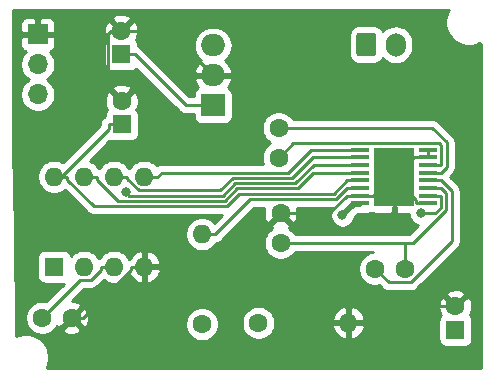
<source format=gbr>
%TF.GenerationSoftware,KiCad,Pcbnew,(5.1.9)-1*%
%TF.CreationDate,2021-03-20T21:05:45-03:00*%
%TF.ProjectId,boto_arm,626f746f-5f61-4726-9d2e-6b696361645f,rev?*%
%TF.SameCoordinates,Original*%
%TF.FileFunction,Copper,L1,Top*%
%TF.FilePolarity,Positive*%
%FSLAX46Y46*%
G04 Gerber Fmt 4.6, Leading zero omitted, Abs format (unit mm)*
G04 Created by KiCad (PCBNEW (5.1.9)-1) date 2021-03-20 21:05:45*
%MOMM*%
%LPD*%
G01*
G04 APERTURE LIST*
%TA.AperFunction,ComponentPad*%
%ADD10O,1.700000X2.000000*%
%TD*%
%TA.AperFunction,ComponentPad*%
%ADD11R,1.600000X1.600000*%
%TD*%
%TA.AperFunction,ComponentPad*%
%ADD12C,1.600000*%
%TD*%
%TA.AperFunction,ComponentPad*%
%ADD13R,1.700000X1.700000*%
%TD*%
%TA.AperFunction,ComponentPad*%
%ADD14O,1.700000X1.700000*%
%TD*%
%TA.AperFunction,ComponentPad*%
%ADD15O,1.600000X1.600000*%
%TD*%
%TA.AperFunction,ComponentPad*%
%ADD16R,2.000000X1.905000*%
%TD*%
%TA.AperFunction,ComponentPad*%
%ADD17O,2.000000X1.905000*%
%TD*%
%TA.AperFunction,SMDPad,CuDef*%
%ADD18R,1.500000X0.450000*%
%TD*%
%TA.AperFunction,SMDPad,CuDef*%
%ADD19R,3.400000X5.000000*%
%TD*%
%TA.AperFunction,ComponentPad*%
%ADD20C,0.300000*%
%TD*%
%TA.AperFunction,ViaPad*%
%ADD21C,0.800000*%
%TD*%
%TA.AperFunction,Conductor*%
%ADD22C,0.250000*%
%TD*%
%TA.AperFunction,Conductor*%
%ADD23C,0.500000*%
%TD*%
%TA.AperFunction,Conductor*%
%ADD24C,0.254000*%
%TD*%
%TA.AperFunction,Conductor*%
%ADD25C,0.100000*%
%TD*%
G04 APERTURE END LIST*
D10*
%TO.P,J2,2*%
%TO.N,/OUT2*%
X95490000Y-70820000D03*
%TO.P,J2,1*%
%TO.N,/OUT1*%
%TA.AperFunction,ComponentPad*%
G36*
G01*
X92140000Y-71570000D02*
X92140000Y-70070000D01*
G75*
G02*
X92390000Y-69820000I250000J0D01*
G01*
X93590000Y-69820000D01*
G75*
G02*
X93840000Y-70070000I0J-250000D01*
G01*
X93840000Y-71570000D01*
G75*
G02*
X93590000Y-71820000I-250000J0D01*
G01*
X92390000Y-71820000D01*
G75*
G02*
X92140000Y-71570000I0J250000D01*
G01*
G37*
%TD.AperFunction*%
%TD*%
D11*
%TO.P,C1,1*%
%TO.N,/12V*%
X72250000Y-71650000D03*
D12*
%TO.P,C1,2*%
%TO.N,GND*%
X72250000Y-69650000D03*
%TD*%
%TO.P,C2,2*%
%TO.N,GND*%
X72290000Y-75580000D03*
D11*
%TO.P,C2,1*%
%TO.N,/5V*%
X72290000Y-77580000D03*
%TD*%
%TO.P,C3,1*%
%TO.N,/12V*%
X100530000Y-94980000D03*
D12*
%TO.P,C3,2*%
%TO.N,GND*%
X100530000Y-92980000D03*
%TD*%
%TO.P,C4,2*%
%TO.N,/12V*%
X85730000Y-87620000D03*
%TO.P,C4,1*%
%TO.N,GND*%
X85730000Y-85120000D03*
%TD*%
%TO.P,C5,1*%
%TO.N,/12V*%
X96240000Y-89800000D03*
%TO.P,C5,2*%
%TO.N,Net-(C5-Pad2)*%
X93740000Y-89800000D03*
%TD*%
%TO.P,C6,2*%
%TO.N,GND*%
X68050000Y-93950000D03*
%TO.P,C6,1*%
%TO.N,/VPROPI_FILTERED*%
X65550000Y-93950000D03*
%TD*%
%TO.P,C7,1*%
%TO.N,Net-(C7-Pad1)*%
X85560000Y-80380000D03*
%TO.P,C7,2*%
%TO.N,Net-(C7-Pad2)*%
X85560000Y-77880000D03*
%TD*%
D13*
%TO.P,J1,1*%
%TO.N,GND*%
X65180000Y-69960000D03*
D14*
%TO.P,J1,2*%
%TO.N,/SGN*%
X65180000Y-72500000D03*
%TO.P,J1,3*%
%TO.N,/12V*%
X65180000Y-75040000D03*
%TD*%
D12*
%TO.P,R1,1*%
%TO.N,/IPROPI_VOL*%
X83860000Y-94370000D03*
D15*
%TO.P,R1,2*%
%TO.N,GND*%
X91480000Y-94370000D03*
%TD*%
%TO.P,R2,2*%
%TO.N,/IPROPI_VOL*%
X79080000Y-86880000D03*
D12*
%TO.P,R2,1*%
%TO.N,/VPROPI_FILTERED*%
X79080000Y-94500000D03*
%TD*%
D16*
%TO.P,U1,1*%
%TO.N,/12V*%
X80030000Y-75970000D03*
D17*
%TO.P,U1,2*%
%TO.N,GND*%
X80030000Y-73430000D03*
%TO.P,U1,3*%
%TO.N,/5V*%
X80030000Y-70890000D03*
%TD*%
D11*
%TO.P,U2,1*%
%TO.N,/SGN*%
X66560000Y-89620000D03*
D15*
%TO.P,U2,5*%
%TO.N,/IN1*%
X74180000Y-82000000D03*
%TO.P,U2,2*%
%TO.N,/nSLEEP*%
X69100000Y-89620000D03*
%TO.P,U2,6*%
%TO.N,/IN2*%
X71640000Y-82000000D03*
%TO.P,U2,3*%
%TO.N,/VPROPI_FILTERED*%
X71640000Y-89620000D03*
%TO.P,U2,7*%
%TO.N,/nFAULT*%
X69100000Y-82000000D03*
%TO.P,U2,4*%
%TO.N,GND*%
X74180000Y-89620000D03*
%TO.P,U2,8*%
%TO.N,/5V*%
X66560000Y-82000000D03*
%TD*%
D18*
%TO.P,U3,1*%
%TO.N,/IN1*%
X92440000Y-79715000D03*
%TO.P,U3,2*%
%TO.N,/IN2*%
X92440000Y-80365000D03*
%TO.P,U3,3*%
%TO.N,/nSLEEP*%
X92440000Y-81015000D03*
%TO.P,U3,4*%
%TO.N,/nFAULT*%
X92440000Y-81665000D03*
%TO.P,U3,5*%
%TO.N,/5V*%
X92440000Y-82315000D03*
%TO.P,U3,6*%
%TO.N,/IPROPI_VOL*%
X92440000Y-82965000D03*
%TO.P,U3,7*%
%TO.N,GND*%
X92440000Y-83615000D03*
%TO.P,U3,8*%
%TO.N,/OUT1*%
X92440000Y-84265000D03*
%TO.P,U3,9*%
%TO.N,GND*%
X98240000Y-84265000D03*
%TO.P,U3,10*%
%TO.N,/OUT2*%
X98240000Y-83615000D03*
%TO.P,U3,11*%
%TO.N,/12V*%
X98240000Y-82965000D03*
%TO.P,U3,12*%
%TO.N,Net-(C5-Pad2)*%
X98240000Y-82315000D03*
%TO.P,U3,13*%
%TO.N,Net-(C7-Pad2)*%
X98240000Y-81665000D03*
%TO.P,U3,14*%
%TO.N,Net-(C7-Pad1)*%
X98240000Y-81015000D03*
%TO.P,U3,15*%
%TO.N,GND*%
X98240000Y-80365000D03*
%TO.P,U3,16*%
X98240000Y-79715000D03*
D19*
%TO.P,U3,17*%
X95340000Y-81990000D03*
D20*
%TO.P,U3,18*%
%TO.N,N/C*%
X94340000Y-80190000D03*
%TO.P,U3,19*%
X95340000Y-80190000D03*
%TO.P,U3,20*%
X96340000Y-80190000D03*
%TO.P,U3,21*%
X94340000Y-81390000D03*
%TO.P,U3,22*%
X95340000Y-81390000D03*
%TO.P,U3,23*%
X96340000Y-81390000D03*
%TO.P,U3,24*%
X94340000Y-82590000D03*
%TO.P,U3,25*%
X95340000Y-82590000D03*
%TO.P,U3,26*%
X96340000Y-82590000D03*
%TO.P,U3,27*%
X94340000Y-83790000D03*
%TO.P,U3,28*%
X95340000Y-83790000D03*
%TO.P,U3,29*%
X96340000Y-83790000D03*
%TD*%
D21*
%TO.N,/OUT1*%
X90970000Y-85280000D03*
%TO.N,/OUT2*%
X97634300Y-85096000D03*
%TO.N,/nSLEEP*%
X72607200Y-83317600D03*
%TD*%
D22*
%TO.N,/12V*%
X96240000Y-87620000D02*
X96957000Y-87620000D01*
X96957000Y-87620000D02*
X99765600Y-84811400D01*
X99765600Y-84811400D02*
X99765600Y-83415300D01*
X99765600Y-83415300D02*
X99315300Y-82965000D01*
X98240000Y-82965000D02*
X99315300Y-82965000D01*
X96240000Y-87620000D02*
X85730000Y-87620000D01*
X96240000Y-87620000D02*
X96240000Y-89800000D01*
X72250000Y-71650000D02*
X73375300Y-71650000D01*
X80030000Y-75970000D02*
X77695300Y-75970000D01*
X77695300Y-75970000D02*
X73375300Y-71650000D01*
%TO.N,GND*%
X91364700Y-83615000D02*
X89859700Y-85120000D01*
X89859700Y-85120000D02*
X85730000Y-85120000D01*
X71084800Y-69960000D02*
X71084800Y-74374800D01*
X71084800Y-74374800D02*
X72290000Y-75580000D01*
X72250000Y-69650000D02*
X71394800Y-69650000D01*
X71394800Y-69650000D02*
X71084800Y-69960000D01*
X71084800Y-69960000D02*
X66355300Y-69960000D01*
X92440000Y-83615000D02*
X91364700Y-83615000D01*
X94864600Y-82788500D02*
X94587700Y-83065400D01*
X94587700Y-83065400D02*
X94066700Y-83065400D01*
X94066700Y-83065400D02*
X93517100Y-83615000D01*
X93517100Y-83615000D02*
X92440000Y-83615000D01*
X80030000Y-73430000D02*
X76250000Y-69650000D01*
X76250000Y-69650000D02*
X72250000Y-69650000D01*
X74180000Y-89620000D02*
X73054700Y-89620000D01*
X73054700Y-89620000D02*
X73054700Y-89901300D01*
X73054700Y-89901300D02*
X69006000Y-93950000D01*
X69006000Y-93950000D02*
X68050000Y-93950000D01*
X74180000Y-89620000D02*
X81230000Y-89620000D01*
X81230000Y-89620000D02*
X83322800Y-87527200D01*
X98240000Y-79715000D02*
X98240000Y-80365000D01*
X95340000Y-81990000D02*
X95412400Y-81990000D01*
X95412400Y-81990000D02*
X95815400Y-81587000D01*
X95815400Y-81587000D02*
X95815400Y-81191600D01*
X95815400Y-81191600D02*
X96092400Y-80914600D01*
X96092400Y-80914600D02*
X96490400Y-80914600D01*
X96490400Y-80914600D02*
X97040000Y-80365000D01*
X97040000Y-80365000D02*
X98240000Y-80365000D01*
X94864600Y-82788500D02*
X94864600Y-82393100D01*
X94864600Y-82393100D02*
X95267700Y-81990000D01*
X95267700Y-81990000D02*
X95340000Y-81990000D01*
X94864600Y-82788500D02*
X95266100Y-83190000D01*
X95266100Y-83190000D02*
X96414500Y-83190000D01*
X96414500Y-83190000D02*
X97164700Y-83940200D01*
X97164700Y-83940200D02*
X97164700Y-84265000D01*
X98240000Y-84265000D02*
X97164700Y-84265000D01*
X83322800Y-87527200D02*
X85730000Y-85120000D01*
X83322800Y-87527200D02*
X90165600Y-94370000D01*
X90165600Y-94370000D02*
X91480000Y-94370000D01*
X65180000Y-69960000D02*
X66355300Y-69960000D01*
X91480000Y-94370000D02*
X92605300Y-94370000D01*
X92605300Y-94370000D02*
X93995300Y-92980000D01*
X93995300Y-92980000D02*
X100530000Y-92980000D01*
%TO.N,/5V*%
X91364700Y-82315000D02*
X90229400Y-83450300D01*
X90229400Y-83450300D02*
X82238400Y-83450300D01*
X82238400Y-83450300D02*
X81191800Y-84496900D01*
X81191800Y-84496900D02*
X69900900Y-84496900D01*
X69900900Y-84496900D02*
X67685300Y-82281300D01*
X67685300Y-82281300D02*
X67685300Y-82000000D01*
X72290000Y-77580000D02*
X71164700Y-77580000D01*
X67122700Y-82000000D02*
X71164700Y-77958000D01*
X71164700Y-77958000D02*
X71164700Y-77580000D01*
X67122700Y-82000000D02*
X67685300Y-82000000D01*
X66560000Y-82000000D02*
X67122700Y-82000000D01*
X92440000Y-82315000D02*
X91364700Y-82315000D01*
%TO.N,Net-(C5-Pad2)*%
X93740000Y-89800000D02*
X94877000Y-90937000D01*
X94877000Y-90937000D02*
X96747400Y-90937000D01*
X96747400Y-90937000D02*
X100215900Y-87468500D01*
X100215900Y-87468500D02*
X100215900Y-83215600D01*
X100215900Y-83215600D02*
X99315300Y-82315000D01*
X98240000Y-82315000D02*
X99315300Y-82315000D01*
%TO.N,/VPROPI_FILTERED*%
X71640000Y-89620000D02*
X70514700Y-89620000D01*
X70514700Y-89620000D02*
X70514700Y-89901400D01*
X70514700Y-89901400D02*
X69670800Y-90745300D01*
X69670800Y-90745300D02*
X68754700Y-90745300D01*
X68754700Y-90745300D02*
X65550000Y-93950000D01*
%TO.N,Net-(C7-Pad1)*%
X98240000Y-81015000D02*
X99315300Y-81015000D01*
X99315300Y-81015000D02*
X99315300Y-79343900D01*
X99315300Y-79343900D02*
X99136000Y-79164600D01*
X99136000Y-79164600D02*
X86775400Y-79164600D01*
X86775400Y-79164600D02*
X85560000Y-80380000D01*
%TO.N,Net-(C7-Pad2)*%
X99315300Y-81665000D02*
X99790400Y-81189900D01*
X99790400Y-81189900D02*
X99790400Y-79088600D01*
X99790400Y-79088600D02*
X98581800Y-77880000D01*
X98581800Y-77880000D02*
X85560000Y-77880000D01*
X98240000Y-81665000D02*
X99315300Y-81665000D01*
%TO.N,/OUT1*%
X92440000Y-84265000D02*
X91985000Y-84265000D01*
X91985000Y-84265000D02*
X90970000Y-85280000D01*
X90970000Y-85280000D02*
X90950000Y-85300000D01*
D23*
X91959999Y-84290001D02*
X92440000Y-84290001D01*
X90970000Y-85280000D02*
X91959999Y-84290001D01*
D22*
%TO.N,/OUT2*%
X98240000Y-83615000D02*
X99315300Y-83615000D01*
X99315300Y-83615000D02*
X99315300Y-84624800D01*
X99315300Y-84624800D02*
X98844100Y-85096000D01*
X98844100Y-85096000D02*
X97634300Y-85096000D01*
%TO.N,/IPROPI_VOL*%
X91364700Y-82965000D02*
X90429100Y-83900600D01*
X90429100Y-83900600D02*
X83184700Y-83900600D01*
X83184700Y-83900600D02*
X80205300Y-86880000D01*
X92440000Y-82965000D02*
X91364700Y-82965000D01*
X79080000Y-86880000D02*
X80205300Y-86880000D01*
%TO.N,/IN1*%
X75305300Y-82000000D02*
X75656200Y-81649100D01*
X75656200Y-81649100D02*
X86358300Y-81649100D01*
X86358300Y-81649100D02*
X88292400Y-79715000D01*
X88292400Y-79715000D02*
X92440000Y-79715000D01*
X74180000Y-82000000D02*
X75305300Y-82000000D01*
%TO.N,/nSLEEP*%
X72607200Y-83317600D02*
X72885900Y-83596300D01*
X72885900Y-83596300D02*
X80818600Y-83596300D01*
X80818600Y-83596300D02*
X81865200Y-82549700D01*
X81865200Y-82549700D02*
X86986500Y-82549700D01*
X86986500Y-82549700D02*
X88521200Y-81015000D01*
X88521200Y-81015000D02*
X92440000Y-81015000D01*
%TO.N,/IN2*%
X72765300Y-82000000D02*
X72765300Y-82203200D01*
X72765300Y-82203200D02*
X73708100Y-83146000D01*
X73708100Y-83146000D02*
X80632000Y-83146000D01*
X80632000Y-83146000D02*
X81678600Y-82099400D01*
X81678600Y-82099400D02*
X86705800Y-82099400D01*
X86705800Y-82099400D02*
X88440200Y-80365000D01*
X88440200Y-80365000D02*
X91364700Y-80365000D01*
X92440000Y-80365000D02*
X91364700Y-80365000D01*
X71640000Y-82000000D02*
X72765300Y-82000000D01*
%TO.N,/nFAULT*%
X70225300Y-82000000D02*
X70225300Y-82281400D01*
X70225300Y-82281400D02*
X71990500Y-84046600D01*
X71990500Y-84046600D02*
X81005200Y-84046600D01*
X81005200Y-84046600D02*
X82051800Y-83000000D01*
X82051800Y-83000000D02*
X87173100Y-83000000D01*
X87173100Y-83000000D02*
X88508100Y-81665000D01*
X88508100Y-81665000D02*
X92440000Y-81665000D01*
X69100000Y-82000000D02*
X70225300Y-82000000D01*
%TD*%
D24*
%TO.N,GND*%
X99907808Y-68003434D02*
X99758761Y-68363265D01*
X99682777Y-68745261D01*
X99682777Y-69134739D01*
X99758761Y-69516735D01*
X99907808Y-69876566D01*
X100124191Y-70200406D01*
X100399594Y-70475809D01*
X100723434Y-70692192D01*
X101083265Y-70841239D01*
X101465261Y-70917223D01*
X101854739Y-70917223D01*
X102236735Y-70841239D01*
X102571371Y-70702628D01*
X102680000Y-70727351D01*
X102680001Y-98240000D01*
X65936242Y-98240000D01*
X66081239Y-97889946D01*
X66157223Y-97507950D01*
X66157223Y-97118472D01*
X66081239Y-96736476D01*
X65932192Y-96376645D01*
X65715809Y-96052805D01*
X65589219Y-95926215D01*
X65579939Y-95911635D01*
X65562731Y-95893643D01*
X65542396Y-95879392D01*
X65440406Y-95777402D01*
X65116566Y-95561019D01*
X64756735Y-95411972D01*
X64374739Y-95335988D01*
X63985261Y-95335988D01*
X63603265Y-95411972D01*
X63351053Y-95516442D01*
X63322240Y-93808665D01*
X64115000Y-93808665D01*
X64115000Y-94091335D01*
X64170147Y-94368574D01*
X64278320Y-94629727D01*
X64435363Y-94864759D01*
X64635241Y-95064637D01*
X64870273Y-95221680D01*
X65131426Y-95329853D01*
X65408665Y-95385000D01*
X65691335Y-95385000D01*
X65968574Y-95329853D01*
X66229727Y-95221680D01*
X66464759Y-95064637D01*
X66586694Y-94942702D01*
X67236903Y-94942702D01*
X67308486Y-95186671D01*
X67563996Y-95307571D01*
X67838184Y-95376300D01*
X68120512Y-95390217D01*
X68400130Y-95348787D01*
X68666292Y-95253603D01*
X68791514Y-95186671D01*
X68863097Y-94942702D01*
X68050000Y-94129605D01*
X67236903Y-94942702D01*
X66586694Y-94942702D01*
X66664637Y-94864759D01*
X66798692Y-94664131D01*
X66813329Y-94691514D01*
X67057298Y-94763097D01*
X67870395Y-93950000D01*
X68229605Y-93950000D01*
X69042702Y-94763097D01*
X69286671Y-94691514D01*
X69407571Y-94436004D01*
X69426957Y-94358665D01*
X77645000Y-94358665D01*
X77645000Y-94641335D01*
X77700147Y-94918574D01*
X77808320Y-95179727D01*
X77965363Y-95414759D01*
X78165241Y-95614637D01*
X78400273Y-95771680D01*
X78661426Y-95879853D01*
X78938665Y-95935000D01*
X79221335Y-95935000D01*
X79498574Y-95879853D01*
X79759727Y-95771680D01*
X79994759Y-95614637D01*
X80194637Y-95414759D01*
X80351680Y-95179727D01*
X80459853Y-94918574D01*
X80515000Y-94641335D01*
X80515000Y-94358665D01*
X80489142Y-94228665D01*
X82425000Y-94228665D01*
X82425000Y-94511335D01*
X82480147Y-94788574D01*
X82588320Y-95049727D01*
X82745363Y-95284759D01*
X82945241Y-95484637D01*
X83180273Y-95641680D01*
X83441426Y-95749853D01*
X83718665Y-95805000D01*
X84001335Y-95805000D01*
X84278574Y-95749853D01*
X84539727Y-95641680D01*
X84774759Y-95484637D01*
X84974637Y-95284759D01*
X85131680Y-95049727D01*
X85239853Y-94788574D01*
X85253684Y-94719039D01*
X90088096Y-94719039D01*
X90128754Y-94853087D01*
X90248963Y-95107420D01*
X90416481Y-95333414D01*
X90624869Y-95522385D01*
X90866119Y-95667070D01*
X91130960Y-95761909D01*
X91353000Y-95640624D01*
X91353000Y-94497000D01*
X91607000Y-94497000D01*
X91607000Y-95640624D01*
X91829040Y-95761909D01*
X92093881Y-95667070D01*
X92335131Y-95522385D01*
X92543519Y-95333414D01*
X92711037Y-95107420D01*
X92831246Y-94853087D01*
X92871904Y-94719039D01*
X92749915Y-94497000D01*
X91607000Y-94497000D01*
X91353000Y-94497000D01*
X90210085Y-94497000D01*
X90088096Y-94719039D01*
X85253684Y-94719039D01*
X85295000Y-94511335D01*
X85295000Y-94228665D01*
X85253685Y-94020961D01*
X90088096Y-94020961D01*
X90210085Y-94243000D01*
X91353000Y-94243000D01*
X91353000Y-93099376D01*
X91607000Y-93099376D01*
X91607000Y-94243000D01*
X92749915Y-94243000D01*
X92871904Y-94020961D01*
X92831246Y-93886913D01*
X92711037Y-93632580D01*
X92543519Y-93406586D01*
X92335131Y-93217615D01*
X92093881Y-93072930D01*
X92031279Y-93050512D01*
X99089783Y-93050512D01*
X99131213Y-93330130D01*
X99226397Y-93596292D01*
X99291616Y-93718309D01*
X99278815Y-93728815D01*
X99199463Y-93825506D01*
X99140498Y-93935820D01*
X99104188Y-94055518D01*
X99091928Y-94180000D01*
X99091928Y-95780000D01*
X99104188Y-95904482D01*
X99140498Y-96024180D01*
X99199463Y-96134494D01*
X99278815Y-96231185D01*
X99375506Y-96310537D01*
X99485820Y-96369502D01*
X99605518Y-96405812D01*
X99730000Y-96418072D01*
X101330000Y-96418072D01*
X101454482Y-96405812D01*
X101574180Y-96369502D01*
X101684494Y-96310537D01*
X101781185Y-96231185D01*
X101860537Y-96134494D01*
X101919502Y-96024180D01*
X101955812Y-95904482D01*
X101968072Y-95780000D01*
X101968072Y-94180000D01*
X101955812Y-94055518D01*
X101919502Y-93935820D01*
X101860537Y-93825506D01*
X101781185Y-93728815D01*
X101768242Y-93718193D01*
X101887571Y-93466004D01*
X101956300Y-93191816D01*
X101970217Y-92909488D01*
X101928787Y-92629870D01*
X101833603Y-92363708D01*
X101766671Y-92238486D01*
X101522702Y-92166903D01*
X100709605Y-92980000D01*
X100723748Y-92994143D01*
X100544143Y-93173748D01*
X100530000Y-93159605D01*
X100515858Y-93173748D01*
X100336253Y-92994143D01*
X100350395Y-92980000D01*
X99537298Y-92166903D01*
X99293329Y-92238486D01*
X99172429Y-92493996D01*
X99103700Y-92768184D01*
X99089783Y-93050512D01*
X92031279Y-93050512D01*
X91829040Y-92978091D01*
X91607000Y-93099376D01*
X91353000Y-93099376D01*
X91130960Y-92978091D01*
X90866119Y-93072930D01*
X90624869Y-93217615D01*
X90416481Y-93406586D01*
X90248963Y-93632580D01*
X90128754Y-93886913D01*
X90088096Y-94020961D01*
X85253685Y-94020961D01*
X85239853Y-93951426D01*
X85131680Y-93690273D01*
X84974637Y-93455241D01*
X84774759Y-93255363D01*
X84539727Y-93098320D01*
X84278574Y-92990147D01*
X84001335Y-92935000D01*
X83718665Y-92935000D01*
X83441426Y-92990147D01*
X83180273Y-93098320D01*
X82945241Y-93255363D01*
X82745363Y-93455241D01*
X82588320Y-93690273D01*
X82480147Y-93951426D01*
X82425000Y-94228665D01*
X80489142Y-94228665D01*
X80459853Y-94081426D01*
X80351680Y-93820273D01*
X80194637Y-93585241D01*
X79994759Y-93385363D01*
X79759727Y-93228320D01*
X79498574Y-93120147D01*
X79221335Y-93065000D01*
X78938665Y-93065000D01*
X78661426Y-93120147D01*
X78400273Y-93228320D01*
X78165241Y-93385363D01*
X77965363Y-93585241D01*
X77808320Y-93820273D01*
X77700147Y-94081426D01*
X77645000Y-94358665D01*
X69426957Y-94358665D01*
X69476300Y-94161816D01*
X69490217Y-93879488D01*
X69448787Y-93599870D01*
X69353603Y-93333708D01*
X69286671Y-93208486D01*
X69042702Y-93136903D01*
X68229605Y-93950000D01*
X67870395Y-93950000D01*
X67856253Y-93935858D01*
X68035858Y-93756253D01*
X68050000Y-93770395D01*
X68863097Y-92957298D01*
X68791514Y-92713329D01*
X68536004Y-92592429D01*
X68261816Y-92523700D01*
X68061001Y-92513801D01*
X68587504Y-91987298D01*
X99716903Y-91987298D01*
X100530000Y-92800395D01*
X101343097Y-91987298D01*
X101271514Y-91743329D01*
X101016004Y-91622429D01*
X100741816Y-91553700D01*
X100459488Y-91539783D01*
X100179870Y-91581213D01*
X99913708Y-91676397D01*
X99788486Y-91743329D01*
X99716903Y-91987298D01*
X68587504Y-91987298D01*
X69069502Y-91505300D01*
X69633478Y-91505300D01*
X69670800Y-91508976D01*
X69708122Y-91505300D01*
X69708133Y-91505300D01*
X69819786Y-91494303D01*
X69963047Y-91450846D01*
X70095076Y-91380274D01*
X70210801Y-91285301D01*
X70234603Y-91256298D01*
X70743838Y-90747063D01*
X70960273Y-90891680D01*
X71221426Y-90999853D01*
X71498665Y-91055000D01*
X71781335Y-91055000D01*
X72058574Y-90999853D01*
X72319727Y-90891680D01*
X72554759Y-90734637D01*
X72754637Y-90534759D01*
X72911680Y-90299727D01*
X72916067Y-90289135D01*
X73027615Y-90475131D01*
X73216586Y-90683519D01*
X73442580Y-90851037D01*
X73696913Y-90971246D01*
X73830961Y-91011904D01*
X74053000Y-90889915D01*
X74053000Y-89747000D01*
X74307000Y-89747000D01*
X74307000Y-90889915D01*
X74529039Y-91011904D01*
X74663087Y-90971246D01*
X74917420Y-90851037D01*
X75143414Y-90683519D01*
X75332385Y-90475131D01*
X75477070Y-90233881D01*
X75571909Y-89969040D01*
X75450624Y-89747000D01*
X74307000Y-89747000D01*
X74053000Y-89747000D01*
X74033000Y-89747000D01*
X74033000Y-89493000D01*
X74053000Y-89493000D01*
X74053000Y-88350085D01*
X74307000Y-88350085D01*
X74307000Y-89493000D01*
X75450624Y-89493000D01*
X75571909Y-89270960D01*
X75477070Y-89006119D01*
X75332385Y-88764869D01*
X75143414Y-88556481D01*
X74917420Y-88388963D01*
X74663087Y-88268754D01*
X74529039Y-88228096D01*
X74307000Y-88350085D01*
X74053000Y-88350085D01*
X73830961Y-88228096D01*
X73696913Y-88268754D01*
X73442580Y-88388963D01*
X73216586Y-88556481D01*
X73027615Y-88764869D01*
X72916067Y-88950865D01*
X72911680Y-88940273D01*
X72754637Y-88705241D01*
X72554759Y-88505363D01*
X72319727Y-88348320D01*
X72058574Y-88240147D01*
X71781335Y-88185000D01*
X71498665Y-88185000D01*
X71221426Y-88240147D01*
X70960273Y-88348320D01*
X70725241Y-88505363D01*
X70525363Y-88705241D01*
X70418053Y-88865842D01*
X70365714Y-88870997D01*
X70332187Y-88881167D01*
X70214637Y-88705241D01*
X70014759Y-88505363D01*
X69779727Y-88348320D01*
X69518574Y-88240147D01*
X69241335Y-88185000D01*
X68958665Y-88185000D01*
X68681426Y-88240147D01*
X68420273Y-88348320D01*
X68185241Y-88505363D01*
X67986643Y-88703961D01*
X67985812Y-88695518D01*
X67949502Y-88575820D01*
X67890537Y-88465506D01*
X67811185Y-88368815D01*
X67714494Y-88289463D01*
X67604180Y-88230498D01*
X67484482Y-88194188D01*
X67360000Y-88181928D01*
X65760000Y-88181928D01*
X65635518Y-88194188D01*
X65515820Y-88230498D01*
X65405506Y-88289463D01*
X65308815Y-88368815D01*
X65229463Y-88465506D01*
X65170498Y-88575820D01*
X65134188Y-88695518D01*
X65121928Y-88820000D01*
X65121928Y-90420000D01*
X65134188Y-90544482D01*
X65170498Y-90664180D01*
X65229463Y-90774494D01*
X65308815Y-90871185D01*
X65405506Y-90950537D01*
X65515820Y-91009502D01*
X65635518Y-91045812D01*
X65760000Y-91058072D01*
X67360000Y-91058072D01*
X67367905Y-91057293D01*
X65873886Y-92551312D01*
X65691335Y-92515000D01*
X65408665Y-92515000D01*
X65131426Y-92570147D01*
X64870273Y-92678320D01*
X64635241Y-92835363D01*
X64435363Y-93035241D01*
X64278320Y-93270273D01*
X64170147Y-93531426D01*
X64115000Y-93808665D01*
X63322240Y-93808665D01*
X63120624Y-81858665D01*
X65125000Y-81858665D01*
X65125000Y-82141335D01*
X65180147Y-82418574D01*
X65288320Y-82679727D01*
X65445363Y-82914759D01*
X65645241Y-83114637D01*
X65880273Y-83271680D01*
X66141426Y-83379853D01*
X66418665Y-83435000D01*
X66701335Y-83435000D01*
X66978574Y-83379853D01*
X67239727Y-83271680D01*
X67456222Y-83127023D01*
X69337101Y-85007903D01*
X69360899Y-85036901D01*
X69417152Y-85083067D01*
X69476624Y-85131874D01*
X69608653Y-85202446D01*
X69751914Y-85245903D01*
X69900900Y-85260577D01*
X69938233Y-85256900D01*
X80753599Y-85256900D01*
X80119947Y-85890551D01*
X79994759Y-85765363D01*
X79759727Y-85608320D01*
X79498574Y-85500147D01*
X79221335Y-85445000D01*
X78938665Y-85445000D01*
X78661426Y-85500147D01*
X78400273Y-85608320D01*
X78165241Y-85765363D01*
X77965363Y-85965241D01*
X77808320Y-86200273D01*
X77700147Y-86461426D01*
X77645000Y-86738665D01*
X77645000Y-87021335D01*
X77700147Y-87298574D01*
X77808320Y-87559727D01*
X77965363Y-87794759D01*
X78165241Y-87994637D01*
X78400273Y-88151680D01*
X78661426Y-88259853D01*
X78938665Y-88315000D01*
X79221335Y-88315000D01*
X79498574Y-88259853D01*
X79759727Y-88151680D01*
X79994759Y-87994637D01*
X80194637Y-87794759D01*
X80301947Y-87634158D01*
X80354286Y-87629003D01*
X80497547Y-87585546D01*
X80629576Y-87514974D01*
X80745301Y-87420001D01*
X80769104Y-87390997D01*
X83499502Y-84660600D01*
X84365760Y-84660600D01*
X84303700Y-84908184D01*
X84289783Y-85190512D01*
X84331213Y-85470130D01*
X84426397Y-85736292D01*
X84493329Y-85861514D01*
X84737298Y-85933097D01*
X85550395Y-85120000D01*
X85536253Y-85105858D01*
X85715858Y-84926253D01*
X85730000Y-84940395D01*
X85744143Y-84926253D01*
X85923748Y-85105858D01*
X85909605Y-85120000D01*
X86722702Y-85933097D01*
X86966671Y-85861514D01*
X87087571Y-85606004D01*
X87156300Y-85331816D01*
X87170217Y-85049488D01*
X87128787Y-84769870D01*
X87089710Y-84660600D01*
X90139086Y-84660600D01*
X90052795Y-84789744D01*
X89974774Y-84978102D01*
X89935000Y-85178061D01*
X89935000Y-85381939D01*
X89974774Y-85581898D01*
X90052795Y-85770256D01*
X90166063Y-85939774D01*
X90310226Y-86083937D01*
X90479744Y-86197205D01*
X90668102Y-86275226D01*
X90868061Y-86315000D01*
X91071939Y-86315000D01*
X91271898Y-86275226D01*
X91460256Y-86197205D01*
X91629774Y-86083937D01*
X91773937Y-85939774D01*
X91887205Y-85770256D01*
X91965226Y-85581898D01*
X91976535Y-85525043D01*
X92326578Y-85175001D01*
X92483477Y-85175001D01*
X92613490Y-85162196D01*
X92725980Y-85128072D01*
X93190000Y-85128072D01*
X93314482Y-85115812D01*
X93415000Y-85085320D01*
X93515518Y-85115812D01*
X93640000Y-85128072D01*
X95054250Y-85125000D01*
X95213000Y-84966250D01*
X95213000Y-84565117D01*
X95262684Y-84575000D01*
X95417316Y-84575000D01*
X95467000Y-84565117D01*
X95467000Y-84966250D01*
X95625750Y-85125000D01*
X96599300Y-85127115D01*
X96599300Y-85197939D01*
X96639074Y-85397898D01*
X96717095Y-85586256D01*
X96830363Y-85755774D01*
X96974526Y-85899937D01*
X97144044Y-86013205D01*
X97332402Y-86091226D01*
X97397937Y-86104262D01*
X96642199Y-86860000D01*
X96277333Y-86860000D01*
X96240000Y-86856323D01*
X96202667Y-86860000D01*
X86948043Y-86860000D01*
X86844637Y-86705241D01*
X86644759Y-86505363D01*
X86444131Y-86371308D01*
X86471514Y-86356671D01*
X86543097Y-86112702D01*
X85730000Y-85299605D01*
X84916903Y-86112702D01*
X84988486Y-86356671D01*
X85017341Y-86370324D01*
X84815241Y-86505363D01*
X84615363Y-86705241D01*
X84458320Y-86940273D01*
X84350147Y-87201426D01*
X84295000Y-87478665D01*
X84295000Y-87761335D01*
X84350147Y-88038574D01*
X84458320Y-88299727D01*
X84615363Y-88534759D01*
X84815241Y-88734637D01*
X85050273Y-88891680D01*
X85311426Y-88999853D01*
X85588665Y-89055000D01*
X85871335Y-89055000D01*
X86148574Y-88999853D01*
X86409727Y-88891680D01*
X86644759Y-88734637D01*
X86844637Y-88534759D01*
X86948043Y-88380000D01*
X93523256Y-88380000D01*
X93321426Y-88420147D01*
X93060273Y-88528320D01*
X92825241Y-88685363D01*
X92625363Y-88885241D01*
X92468320Y-89120273D01*
X92360147Y-89381426D01*
X92305000Y-89658665D01*
X92305000Y-89941335D01*
X92360147Y-90218574D01*
X92468320Y-90479727D01*
X92625363Y-90714759D01*
X92825241Y-90914637D01*
X93060273Y-91071680D01*
X93321426Y-91179853D01*
X93598665Y-91235000D01*
X93881335Y-91235000D01*
X94063886Y-91198688D01*
X94313201Y-91448003D01*
X94336999Y-91477001D01*
X94452724Y-91571974D01*
X94584753Y-91642546D01*
X94728014Y-91686003D01*
X94839667Y-91697000D01*
X94839677Y-91697000D01*
X94877000Y-91700676D01*
X94914323Y-91697000D01*
X96710078Y-91697000D01*
X96747400Y-91700676D01*
X96784722Y-91697000D01*
X96784733Y-91697000D01*
X96896386Y-91686003D01*
X97039647Y-91642546D01*
X97171676Y-91571974D01*
X97287401Y-91477001D01*
X97311204Y-91447997D01*
X100726904Y-88032298D01*
X100755901Y-88008501D01*
X100850874Y-87892776D01*
X100921446Y-87760747D01*
X100964903Y-87617486D01*
X100975900Y-87505833D01*
X100975900Y-87505825D01*
X100979576Y-87468500D01*
X100975900Y-87431175D01*
X100975900Y-83252925D01*
X100979576Y-83215600D01*
X100975900Y-83178275D01*
X100975900Y-83178267D01*
X100964903Y-83066614D01*
X100921446Y-82923353D01*
X100850874Y-82791324D01*
X100755901Y-82675599D01*
X100726903Y-82651801D01*
X100065101Y-81990000D01*
X100301398Y-81753703D01*
X100330401Y-81729901D01*
X100425374Y-81614176D01*
X100495946Y-81482147D01*
X100539403Y-81338886D01*
X100550400Y-81227233D01*
X100550400Y-81227223D01*
X100554076Y-81189900D01*
X100550400Y-81152577D01*
X100550400Y-79125933D01*
X100554077Y-79088600D01*
X100539403Y-78939614D01*
X100495946Y-78796353D01*
X100425374Y-78664324D01*
X100354199Y-78577597D01*
X100330401Y-78548599D01*
X100301403Y-78524801D01*
X99145604Y-77369003D01*
X99121801Y-77339999D01*
X99006076Y-77245026D01*
X98874047Y-77174454D01*
X98730786Y-77130997D01*
X98619133Y-77120000D01*
X98619122Y-77120000D01*
X98581800Y-77116324D01*
X98544478Y-77120000D01*
X86778043Y-77120000D01*
X86674637Y-76965241D01*
X86474759Y-76765363D01*
X86239727Y-76608320D01*
X85978574Y-76500147D01*
X85701335Y-76445000D01*
X85418665Y-76445000D01*
X85141426Y-76500147D01*
X84880273Y-76608320D01*
X84645241Y-76765363D01*
X84445363Y-76965241D01*
X84288320Y-77200273D01*
X84180147Y-77461426D01*
X84125000Y-77738665D01*
X84125000Y-78021335D01*
X84180147Y-78298574D01*
X84288320Y-78559727D01*
X84445363Y-78794759D01*
X84645241Y-78994637D01*
X84847827Y-79130000D01*
X84645241Y-79265363D01*
X84445363Y-79465241D01*
X84288320Y-79700273D01*
X84180147Y-79961426D01*
X84125000Y-80238665D01*
X84125000Y-80521335D01*
X84180147Y-80798574D01*
X84217644Y-80889100D01*
X75693533Y-80889100D01*
X75656200Y-80885423D01*
X75618867Y-80889100D01*
X75507214Y-80900097D01*
X75363953Y-80943554D01*
X75231924Y-81014126D01*
X75227309Y-81017913D01*
X75094759Y-80885363D01*
X74859727Y-80728320D01*
X74598574Y-80620147D01*
X74321335Y-80565000D01*
X74038665Y-80565000D01*
X73761426Y-80620147D01*
X73500273Y-80728320D01*
X73265241Y-80885363D01*
X73065363Y-81085241D01*
X72947813Y-81261167D01*
X72914286Y-81250997D01*
X72861947Y-81245842D01*
X72754637Y-81085241D01*
X72554759Y-80885363D01*
X72319727Y-80728320D01*
X72058574Y-80620147D01*
X71781335Y-80565000D01*
X71498665Y-80565000D01*
X71221426Y-80620147D01*
X70960273Y-80728320D01*
X70725241Y-80885363D01*
X70525363Y-81085241D01*
X70407813Y-81261167D01*
X70374286Y-81250997D01*
X70321947Y-81245842D01*
X70214637Y-81085241D01*
X70014759Y-80885363D01*
X69779727Y-80728320D01*
X69560138Y-80637363D01*
X71234207Y-78963295D01*
X71245820Y-78969502D01*
X71365518Y-79005812D01*
X71490000Y-79018072D01*
X73090000Y-79018072D01*
X73214482Y-79005812D01*
X73334180Y-78969502D01*
X73444494Y-78910537D01*
X73541185Y-78831185D01*
X73620537Y-78734494D01*
X73679502Y-78624180D01*
X73715812Y-78504482D01*
X73728072Y-78380000D01*
X73728072Y-76780000D01*
X73715812Y-76655518D01*
X73679502Y-76535820D01*
X73620537Y-76425506D01*
X73541185Y-76328815D01*
X73528242Y-76318193D01*
X73647571Y-76066004D01*
X73716300Y-75791816D01*
X73730217Y-75509488D01*
X73688787Y-75229870D01*
X73593603Y-74963708D01*
X73526671Y-74838486D01*
X73282702Y-74766903D01*
X72469605Y-75580000D01*
X72483748Y-75594143D01*
X72304143Y-75773748D01*
X72290000Y-75759605D01*
X72275858Y-75773748D01*
X72096253Y-75594143D01*
X72110395Y-75580000D01*
X71297298Y-74766903D01*
X71053329Y-74838486D01*
X70932429Y-75093996D01*
X70863700Y-75368184D01*
X70849783Y-75650512D01*
X70891213Y-75930130D01*
X70986397Y-76196292D01*
X71051616Y-76318309D01*
X71038815Y-76328815D01*
X70959463Y-76425506D01*
X70900498Y-76535820D01*
X70864188Y-76655518D01*
X70851928Y-76780000D01*
X70851928Y-76885425D01*
X70740424Y-76945026D01*
X70624699Y-77039999D01*
X70529726Y-77155724D01*
X70459154Y-77287753D01*
X70415697Y-77431014D01*
X70401023Y-77580000D01*
X70404700Y-77617333D01*
X70404700Y-77643198D01*
X67287595Y-80760304D01*
X67239727Y-80728320D01*
X66978574Y-80620147D01*
X66701335Y-80565000D01*
X66418665Y-80565000D01*
X66141426Y-80620147D01*
X65880273Y-80728320D01*
X65645241Y-80885363D01*
X65445363Y-81085241D01*
X65288320Y-81320273D01*
X65180147Y-81581426D01*
X65125000Y-81858665D01*
X63120624Y-81858665D01*
X63100000Y-80636309D01*
X63100000Y-70810000D01*
X63691928Y-70810000D01*
X63704188Y-70934482D01*
X63740498Y-71054180D01*
X63799463Y-71164494D01*
X63878815Y-71261185D01*
X63975506Y-71340537D01*
X64085820Y-71399502D01*
X64158380Y-71421513D01*
X64026525Y-71553368D01*
X63864010Y-71796589D01*
X63752068Y-72066842D01*
X63695000Y-72353740D01*
X63695000Y-72646260D01*
X63752068Y-72933158D01*
X63864010Y-73203411D01*
X64026525Y-73446632D01*
X64233368Y-73653475D01*
X64407760Y-73770000D01*
X64233368Y-73886525D01*
X64026525Y-74093368D01*
X63864010Y-74336589D01*
X63752068Y-74606842D01*
X63695000Y-74893740D01*
X63695000Y-75186260D01*
X63752068Y-75473158D01*
X63864010Y-75743411D01*
X64026525Y-75986632D01*
X64233368Y-76193475D01*
X64476589Y-76355990D01*
X64746842Y-76467932D01*
X65033740Y-76525000D01*
X65326260Y-76525000D01*
X65613158Y-76467932D01*
X65883411Y-76355990D01*
X66126632Y-76193475D01*
X66333475Y-75986632D01*
X66495990Y-75743411D01*
X66607932Y-75473158D01*
X66665000Y-75186260D01*
X66665000Y-74893740D01*
X66607932Y-74606842D01*
X66599837Y-74587298D01*
X71476903Y-74587298D01*
X72290000Y-75400395D01*
X73103097Y-74587298D01*
X73031514Y-74343329D01*
X72776004Y-74222429D01*
X72501816Y-74153700D01*
X72219488Y-74139783D01*
X71939870Y-74181213D01*
X71673708Y-74276397D01*
X71548486Y-74343329D01*
X71476903Y-74587298D01*
X66599837Y-74587298D01*
X66495990Y-74336589D01*
X66333475Y-74093368D01*
X66126632Y-73886525D01*
X65952240Y-73770000D01*
X66126632Y-73653475D01*
X66333475Y-73446632D01*
X66495990Y-73203411D01*
X66607932Y-72933158D01*
X66665000Y-72646260D01*
X66665000Y-72353740D01*
X66607932Y-72066842D01*
X66495990Y-71796589D01*
X66333475Y-71553368D01*
X66201620Y-71421513D01*
X66274180Y-71399502D01*
X66384494Y-71340537D01*
X66481185Y-71261185D01*
X66560537Y-71164494D01*
X66619502Y-71054180D01*
X66655812Y-70934482D01*
X66668072Y-70810000D01*
X66665000Y-70245750D01*
X66506250Y-70087000D01*
X65307000Y-70087000D01*
X65307000Y-70107000D01*
X65053000Y-70107000D01*
X65053000Y-70087000D01*
X63853750Y-70087000D01*
X63695000Y-70245750D01*
X63691928Y-70810000D01*
X63100000Y-70810000D01*
X63100000Y-69110000D01*
X63691928Y-69110000D01*
X63695000Y-69674250D01*
X63853750Y-69833000D01*
X65053000Y-69833000D01*
X65053000Y-68633750D01*
X65307000Y-68633750D01*
X65307000Y-69833000D01*
X66506250Y-69833000D01*
X66618738Y-69720512D01*
X70809783Y-69720512D01*
X70851213Y-70000130D01*
X70946397Y-70266292D01*
X71011616Y-70388309D01*
X70998815Y-70398815D01*
X70919463Y-70495506D01*
X70860498Y-70605820D01*
X70824188Y-70725518D01*
X70811928Y-70850000D01*
X70811928Y-72450000D01*
X70824188Y-72574482D01*
X70860498Y-72694180D01*
X70919463Y-72804494D01*
X70998815Y-72901185D01*
X71095506Y-72980537D01*
X71205820Y-73039502D01*
X71325518Y-73075812D01*
X71450000Y-73088072D01*
X73050000Y-73088072D01*
X73174482Y-73075812D01*
X73294180Y-73039502D01*
X73404494Y-72980537D01*
X73501185Y-72901185D01*
X73523948Y-72873449D01*
X77131501Y-76481003D01*
X77155299Y-76510001D01*
X77184297Y-76533799D01*
X77271024Y-76604974D01*
X77403053Y-76675546D01*
X77546314Y-76719003D01*
X77695300Y-76733677D01*
X77732633Y-76730000D01*
X78391928Y-76730000D01*
X78391928Y-76922500D01*
X78404188Y-77046982D01*
X78440498Y-77166680D01*
X78499463Y-77276994D01*
X78578815Y-77373685D01*
X78675506Y-77453037D01*
X78785820Y-77512002D01*
X78905518Y-77548312D01*
X79030000Y-77560572D01*
X81030000Y-77560572D01*
X81154482Y-77548312D01*
X81274180Y-77512002D01*
X81384494Y-77453037D01*
X81481185Y-77373685D01*
X81560537Y-77276994D01*
X81619502Y-77166680D01*
X81655812Y-77046982D01*
X81668072Y-76922500D01*
X81668072Y-75017500D01*
X81655812Y-74893018D01*
X81619502Y-74773320D01*
X81560537Y-74663006D01*
X81481185Y-74566315D01*
X81384494Y-74486963D01*
X81292781Y-74437941D01*
X81405969Y-74296923D01*
X81549571Y-74021094D01*
X81620563Y-73802980D01*
X81500594Y-73557000D01*
X80157000Y-73557000D01*
X80157000Y-73577000D01*
X79903000Y-73577000D01*
X79903000Y-73557000D01*
X78559406Y-73557000D01*
X78439437Y-73802980D01*
X78510429Y-74021094D01*
X78654031Y-74296923D01*
X78767219Y-74437941D01*
X78675506Y-74486963D01*
X78578815Y-74566315D01*
X78499463Y-74663006D01*
X78440498Y-74773320D01*
X78404188Y-74893018D01*
X78391928Y-75017500D01*
X78391928Y-75210000D01*
X78010102Y-75210000D01*
X73939104Y-71139003D01*
X73915301Y-71109999D01*
X73799576Y-71015026D01*
X73688072Y-70955425D01*
X73688072Y-70890000D01*
X78387319Y-70890000D01*
X78417970Y-71201204D01*
X78508745Y-71500449D01*
X78656155Y-71776235D01*
X78854537Y-72017963D01*
X79033899Y-72165163D01*
X78848685Y-72320563D01*
X78654031Y-72563077D01*
X78510429Y-72838906D01*
X78439437Y-73057020D01*
X78559406Y-73303000D01*
X79903000Y-73303000D01*
X79903000Y-73283000D01*
X80157000Y-73283000D01*
X80157000Y-73303000D01*
X81500594Y-73303000D01*
X81620563Y-73057020D01*
X81549571Y-72838906D01*
X81405969Y-72563077D01*
X81211315Y-72320563D01*
X81026101Y-72165163D01*
X81205463Y-72017963D01*
X81403845Y-71776235D01*
X81551255Y-71500449D01*
X81642030Y-71201204D01*
X81672681Y-70890000D01*
X81642030Y-70578796D01*
X81551255Y-70279551D01*
X81439249Y-70070000D01*
X91501928Y-70070000D01*
X91501928Y-71570000D01*
X91518992Y-71743254D01*
X91569528Y-71909850D01*
X91651595Y-72063386D01*
X91762038Y-72197962D01*
X91896614Y-72308405D01*
X92050150Y-72390472D01*
X92216746Y-72441008D01*
X92390000Y-72458072D01*
X93590000Y-72458072D01*
X93763254Y-72441008D01*
X93929850Y-72390472D01*
X94083386Y-72308405D01*
X94217962Y-72197962D01*
X94328405Y-72063386D01*
X94382777Y-71961663D01*
X94434866Y-72025134D01*
X94660987Y-72210706D01*
X94918967Y-72348599D01*
X95198890Y-72433513D01*
X95490000Y-72462185D01*
X95781111Y-72433513D01*
X96061034Y-72348599D01*
X96319014Y-72210706D01*
X96545134Y-72025134D01*
X96730706Y-71799014D01*
X96868599Y-71541033D01*
X96953513Y-71261110D01*
X96975000Y-71042949D01*
X96975000Y-70597050D01*
X96953513Y-70378889D01*
X96868599Y-70098966D01*
X96730706Y-69840986D01*
X96545134Y-69614866D01*
X96319013Y-69429294D01*
X96061033Y-69291401D01*
X95781110Y-69206487D01*
X95490000Y-69177815D01*
X95198889Y-69206487D01*
X94918966Y-69291401D01*
X94660986Y-69429294D01*
X94434866Y-69614866D01*
X94382777Y-69678337D01*
X94328405Y-69576614D01*
X94217962Y-69442038D01*
X94083386Y-69331595D01*
X93929850Y-69249528D01*
X93763254Y-69198992D01*
X93590000Y-69181928D01*
X92390000Y-69181928D01*
X92216746Y-69198992D01*
X92050150Y-69249528D01*
X91896614Y-69331595D01*
X91762038Y-69442038D01*
X91651595Y-69576614D01*
X91569528Y-69730150D01*
X91518992Y-69896746D01*
X91501928Y-70070000D01*
X81439249Y-70070000D01*
X81403845Y-70003765D01*
X81205463Y-69762037D01*
X80963735Y-69563655D01*
X80687949Y-69416245D01*
X80388704Y-69325470D01*
X80155486Y-69302500D01*
X79904514Y-69302500D01*
X79671296Y-69325470D01*
X79372051Y-69416245D01*
X79096265Y-69563655D01*
X78854537Y-69762037D01*
X78656155Y-70003765D01*
X78508745Y-70279551D01*
X78417970Y-70578796D01*
X78387319Y-70890000D01*
X73688072Y-70890000D01*
X73688072Y-70850000D01*
X73675812Y-70725518D01*
X73639502Y-70605820D01*
X73580537Y-70495506D01*
X73501185Y-70398815D01*
X73488242Y-70388193D01*
X73607571Y-70136004D01*
X73676300Y-69861816D01*
X73690217Y-69579488D01*
X73648787Y-69299870D01*
X73553603Y-69033708D01*
X73486671Y-68908486D01*
X73242702Y-68836903D01*
X72429605Y-69650000D01*
X72443748Y-69664143D01*
X72264143Y-69843748D01*
X72250000Y-69829605D01*
X72235858Y-69843748D01*
X72056253Y-69664143D01*
X72070395Y-69650000D01*
X71257298Y-68836903D01*
X71013329Y-68908486D01*
X70892429Y-69163996D01*
X70823700Y-69438184D01*
X70809783Y-69720512D01*
X66618738Y-69720512D01*
X66665000Y-69674250D01*
X66668072Y-69110000D01*
X66655812Y-68985518D01*
X66619502Y-68865820D01*
X66560537Y-68755506D01*
X66481185Y-68658815D01*
X66479337Y-68657298D01*
X71436903Y-68657298D01*
X72250000Y-69470395D01*
X73063097Y-68657298D01*
X72991514Y-68413329D01*
X72736004Y-68292429D01*
X72461816Y-68223700D01*
X72179488Y-68209783D01*
X71899870Y-68251213D01*
X71633708Y-68346397D01*
X71508486Y-68413329D01*
X71436903Y-68657298D01*
X66479337Y-68657298D01*
X66384494Y-68579463D01*
X66274180Y-68520498D01*
X66154482Y-68484188D01*
X66030000Y-68471928D01*
X65465750Y-68475000D01*
X65307000Y-68633750D01*
X65053000Y-68633750D01*
X64894250Y-68475000D01*
X64330000Y-68471928D01*
X64205518Y-68484188D01*
X64085820Y-68520498D01*
X63975506Y-68579463D01*
X63878815Y-68658815D01*
X63799463Y-68755506D01*
X63740498Y-68865820D01*
X63704188Y-68985518D01*
X63691928Y-69110000D01*
X63100000Y-69110000D01*
X63100000Y-67900000D01*
X99976920Y-67900000D01*
X99907808Y-68003434D01*
%TA.AperFunction,Conductor*%
D25*
G36*
X99907808Y-68003434D02*
G01*
X99758761Y-68363265D01*
X99682777Y-68745261D01*
X99682777Y-69134739D01*
X99758761Y-69516735D01*
X99907808Y-69876566D01*
X100124191Y-70200406D01*
X100399594Y-70475809D01*
X100723434Y-70692192D01*
X101083265Y-70841239D01*
X101465261Y-70917223D01*
X101854739Y-70917223D01*
X102236735Y-70841239D01*
X102571371Y-70702628D01*
X102680000Y-70727351D01*
X102680001Y-98240000D01*
X65936242Y-98240000D01*
X66081239Y-97889946D01*
X66157223Y-97507950D01*
X66157223Y-97118472D01*
X66081239Y-96736476D01*
X65932192Y-96376645D01*
X65715809Y-96052805D01*
X65589219Y-95926215D01*
X65579939Y-95911635D01*
X65562731Y-95893643D01*
X65542396Y-95879392D01*
X65440406Y-95777402D01*
X65116566Y-95561019D01*
X64756735Y-95411972D01*
X64374739Y-95335988D01*
X63985261Y-95335988D01*
X63603265Y-95411972D01*
X63351053Y-95516442D01*
X63322240Y-93808665D01*
X64115000Y-93808665D01*
X64115000Y-94091335D01*
X64170147Y-94368574D01*
X64278320Y-94629727D01*
X64435363Y-94864759D01*
X64635241Y-95064637D01*
X64870273Y-95221680D01*
X65131426Y-95329853D01*
X65408665Y-95385000D01*
X65691335Y-95385000D01*
X65968574Y-95329853D01*
X66229727Y-95221680D01*
X66464759Y-95064637D01*
X66586694Y-94942702D01*
X67236903Y-94942702D01*
X67308486Y-95186671D01*
X67563996Y-95307571D01*
X67838184Y-95376300D01*
X68120512Y-95390217D01*
X68400130Y-95348787D01*
X68666292Y-95253603D01*
X68791514Y-95186671D01*
X68863097Y-94942702D01*
X68050000Y-94129605D01*
X67236903Y-94942702D01*
X66586694Y-94942702D01*
X66664637Y-94864759D01*
X66798692Y-94664131D01*
X66813329Y-94691514D01*
X67057298Y-94763097D01*
X67870395Y-93950000D01*
X68229605Y-93950000D01*
X69042702Y-94763097D01*
X69286671Y-94691514D01*
X69407571Y-94436004D01*
X69426957Y-94358665D01*
X77645000Y-94358665D01*
X77645000Y-94641335D01*
X77700147Y-94918574D01*
X77808320Y-95179727D01*
X77965363Y-95414759D01*
X78165241Y-95614637D01*
X78400273Y-95771680D01*
X78661426Y-95879853D01*
X78938665Y-95935000D01*
X79221335Y-95935000D01*
X79498574Y-95879853D01*
X79759727Y-95771680D01*
X79994759Y-95614637D01*
X80194637Y-95414759D01*
X80351680Y-95179727D01*
X80459853Y-94918574D01*
X80515000Y-94641335D01*
X80515000Y-94358665D01*
X80489142Y-94228665D01*
X82425000Y-94228665D01*
X82425000Y-94511335D01*
X82480147Y-94788574D01*
X82588320Y-95049727D01*
X82745363Y-95284759D01*
X82945241Y-95484637D01*
X83180273Y-95641680D01*
X83441426Y-95749853D01*
X83718665Y-95805000D01*
X84001335Y-95805000D01*
X84278574Y-95749853D01*
X84539727Y-95641680D01*
X84774759Y-95484637D01*
X84974637Y-95284759D01*
X85131680Y-95049727D01*
X85239853Y-94788574D01*
X85253684Y-94719039D01*
X90088096Y-94719039D01*
X90128754Y-94853087D01*
X90248963Y-95107420D01*
X90416481Y-95333414D01*
X90624869Y-95522385D01*
X90866119Y-95667070D01*
X91130960Y-95761909D01*
X91353000Y-95640624D01*
X91353000Y-94497000D01*
X91607000Y-94497000D01*
X91607000Y-95640624D01*
X91829040Y-95761909D01*
X92093881Y-95667070D01*
X92335131Y-95522385D01*
X92543519Y-95333414D01*
X92711037Y-95107420D01*
X92831246Y-94853087D01*
X92871904Y-94719039D01*
X92749915Y-94497000D01*
X91607000Y-94497000D01*
X91353000Y-94497000D01*
X90210085Y-94497000D01*
X90088096Y-94719039D01*
X85253684Y-94719039D01*
X85295000Y-94511335D01*
X85295000Y-94228665D01*
X85253685Y-94020961D01*
X90088096Y-94020961D01*
X90210085Y-94243000D01*
X91353000Y-94243000D01*
X91353000Y-93099376D01*
X91607000Y-93099376D01*
X91607000Y-94243000D01*
X92749915Y-94243000D01*
X92871904Y-94020961D01*
X92831246Y-93886913D01*
X92711037Y-93632580D01*
X92543519Y-93406586D01*
X92335131Y-93217615D01*
X92093881Y-93072930D01*
X92031279Y-93050512D01*
X99089783Y-93050512D01*
X99131213Y-93330130D01*
X99226397Y-93596292D01*
X99291616Y-93718309D01*
X99278815Y-93728815D01*
X99199463Y-93825506D01*
X99140498Y-93935820D01*
X99104188Y-94055518D01*
X99091928Y-94180000D01*
X99091928Y-95780000D01*
X99104188Y-95904482D01*
X99140498Y-96024180D01*
X99199463Y-96134494D01*
X99278815Y-96231185D01*
X99375506Y-96310537D01*
X99485820Y-96369502D01*
X99605518Y-96405812D01*
X99730000Y-96418072D01*
X101330000Y-96418072D01*
X101454482Y-96405812D01*
X101574180Y-96369502D01*
X101684494Y-96310537D01*
X101781185Y-96231185D01*
X101860537Y-96134494D01*
X101919502Y-96024180D01*
X101955812Y-95904482D01*
X101968072Y-95780000D01*
X101968072Y-94180000D01*
X101955812Y-94055518D01*
X101919502Y-93935820D01*
X101860537Y-93825506D01*
X101781185Y-93728815D01*
X101768242Y-93718193D01*
X101887571Y-93466004D01*
X101956300Y-93191816D01*
X101970217Y-92909488D01*
X101928787Y-92629870D01*
X101833603Y-92363708D01*
X101766671Y-92238486D01*
X101522702Y-92166903D01*
X100709605Y-92980000D01*
X100723748Y-92994143D01*
X100544143Y-93173748D01*
X100530000Y-93159605D01*
X100515858Y-93173748D01*
X100336253Y-92994143D01*
X100350395Y-92980000D01*
X99537298Y-92166903D01*
X99293329Y-92238486D01*
X99172429Y-92493996D01*
X99103700Y-92768184D01*
X99089783Y-93050512D01*
X92031279Y-93050512D01*
X91829040Y-92978091D01*
X91607000Y-93099376D01*
X91353000Y-93099376D01*
X91130960Y-92978091D01*
X90866119Y-93072930D01*
X90624869Y-93217615D01*
X90416481Y-93406586D01*
X90248963Y-93632580D01*
X90128754Y-93886913D01*
X90088096Y-94020961D01*
X85253685Y-94020961D01*
X85239853Y-93951426D01*
X85131680Y-93690273D01*
X84974637Y-93455241D01*
X84774759Y-93255363D01*
X84539727Y-93098320D01*
X84278574Y-92990147D01*
X84001335Y-92935000D01*
X83718665Y-92935000D01*
X83441426Y-92990147D01*
X83180273Y-93098320D01*
X82945241Y-93255363D01*
X82745363Y-93455241D01*
X82588320Y-93690273D01*
X82480147Y-93951426D01*
X82425000Y-94228665D01*
X80489142Y-94228665D01*
X80459853Y-94081426D01*
X80351680Y-93820273D01*
X80194637Y-93585241D01*
X79994759Y-93385363D01*
X79759727Y-93228320D01*
X79498574Y-93120147D01*
X79221335Y-93065000D01*
X78938665Y-93065000D01*
X78661426Y-93120147D01*
X78400273Y-93228320D01*
X78165241Y-93385363D01*
X77965363Y-93585241D01*
X77808320Y-93820273D01*
X77700147Y-94081426D01*
X77645000Y-94358665D01*
X69426957Y-94358665D01*
X69476300Y-94161816D01*
X69490217Y-93879488D01*
X69448787Y-93599870D01*
X69353603Y-93333708D01*
X69286671Y-93208486D01*
X69042702Y-93136903D01*
X68229605Y-93950000D01*
X67870395Y-93950000D01*
X67856253Y-93935858D01*
X68035858Y-93756253D01*
X68050000Y-93770395D01*
X68863097Y-92957298D01*
X68791514Y-92713329D01*
X68536004Y-92592429D01*
X68261816Y-92523700D01*
X68061001Y-92513801D01*
X68587504Y-91987298D01*
X99716903Y-91987298D01*
X100530000Y-92800395D01*
X101343097Y-91987298D01*
X101271514Y-91743329D01*
X101016004Y-91622429D01*
X100741816Y-91553700D01*
X100459488Y-91539783D01*
X100179870Y-91581213D01*
X99913708Y-91676397D01*
X99788486Y-91743329D01*
X99716903Y-91987298D01*
X68587504Y-91987298D01*
X69069502Y-91505300D01*
X69633478Y-91505300D01*
X69670800Y-91508976D01*
X69708122Y-91505300D01*
X69708133Y-91505300D01*
X69819786Y-91494303D01*
X69963047Y-91450846D01*
X70095076Y-91380274D01*
X70210801Y-91285301D01*
X70234603Y-91256298D01*
X70743838Y-90747063D01*
X70960273Y-90891680D01*
X71221426Y-90999853D01*
X71498665Y-91055000D01*
X71781335Y-91055000D01*
X72058574Y-90999853D01*
X72319727Y-90891680D01*
X72554759Y-90734637D01*
X72754637Y-90534759D01*
X72911680Y-90299727D01*
X72916067Y-90289135D01*
X73027615Y-90475131D01*
X73216586Y-90683519D01*
X73442580Y-90851037D01*
X73696913Y-90971246D01*
X73830961Y-91011904D01*
X74053000Y-90889915D01*
X74053000Y-89747000D01*
X74307000Y-89747000D01*
X74307000Y-90889915D01*
X74529039Y-91011904D01*
X74663087Y-90971246D01*
X74917420Y-90851037D01*
X75143414Y-90683519D01*
X75332385Y-90475131D01*
X75477070Y-90233881D01*
X75571909Y-89969040D01*
X75450624Y-89747000D01*
X74307000Y-89747000D01*
X74053000Y-89747000D01*
X74033000Y-89747000D01*
X74033000Y-89493000D01*
X74053000Y-89493000D01*
X74053000Y-88350085D01*
X74307000Y-88350085D01*
X74307000Y-89493000D01*
X75450624Y-89493000D01*
X75571909Y-89270960D01*
X75477070Y-89006119D01*
X75332385Y-88764869D01*
X75143414Y-88556481D01*
X74917420Y-88388963D01*
X74663087Y-88268754D01*
X74529039Y-88228096D01*
X74307000Y-88350085D01*
X74053000Y-88350085D01*
X73830961Y-88228096D01*
X73696913Y-88268754D01*
X73442580Y-88388963D01*
X73216586Y-88556481D01*
X73027615Y-88764869D01*
X72916067Y-88950865D01*
X72911680Y-88940273D01*
X72754637Y-88705241D01*
X72554759Y-88505363D01*
X72319727Y-88348320D01*
X72058574Y-88240147D01*
X71781335Y-88185000D01*
X71498665Y-88185000D01*
X71221426Y-88240147D01*
X70960273Y-88348320D01*
X70725241Y-88505363D01*
X70525363Y-88705241D01*
X70418053Y-88865842D01*
X70365714Y-88870997D01*
X70332187Y-88881167D01*
X70214637Y-88705241D01*
X70014759Y-88505363D01*
X69779727Y-88348320D01*
X69518574Y-88240147D01*
X69241335Y-88185000D01*
X68958665Y-88185000D01*
X68681426Y-88240147D01*
X68420273Y-88348320D01*
X68185241Y-88505363D01*
X67986643Y-88703961D01*
X67985812Y-88695518D01*
X67949502Y-88575820D01*
X67890537Y-88465506D01*
X67811185Y-88368815D01*
X67714494Y-88289463D01*
X67604180Y-88230498D01*
X67484482Y-88194188D01*
X67360000Y-88181928D01*
X65760000Y-88181928D01*
X65635518Y-88194188D01*
X65515820Y-88230498D01*
X65405506Y-88289463D01*
X65308815Y-88368815D01*
X65229463Y-88465506D01*
X65170498Y-88575820D01*
X65134188Y-88695518D01*
X65121928Y-88820000D01*
X65121928Y-90420000D01*
X65134188Y-90544482D01*
X65170498Y-90664180D01*
X65229463Y-90774494D01*
X65308815Y-90871185D01*
X65405506Y-90950537D01*
X65515820Y-91009502D01*
X65635518Y-91045812D01*
X65760000Y-91058072D01*
X67360000Y-91058072D01*
X67367905Y-91057293D01*
X65873886Y-92551312D01*
X65691335Y-92515000D01*
X65408665Y-92515000D01*
X65131426Y-92570147D01*
X64870273Y-92678320D01*
X64635241Y-92835363D01*
X64435363Y-93035241D01*
X64278320Y-93270273D01*
X64170147Y-93531426D01*
X64115000Y-93808665D01*
X63322240Y-93808665D01*
X63120624Y-81858665D01*
X65125000Y-81858665D01*
X65125000Y-82141335D01*
X65180147Y-82418574D01*
X65288320Y-82679727D01*
X65445363Y-82914759D01*
X65645241Y-83114637D01*
X65880273Y-83271680D01*
X66141426Y-83379853D01*
X66418665Y-83435000D01*
X66701335Y-83435000D01*
X66978574Y-83379853D01*
X67239727Y-83271680D01*
X67456222Y-83127023D01*
X69337101Y-85007903D01*
X69360899Y-85036901D01*
X69417152Y-85083067D01*
X69476624Y-85131874D01*
X69608653Y-85202446D01*
X69751914Y-85245903D01*
X69900900Y-85260577D01*
X69938233Y-85256900D01*
X80753599Y-85256900D01*
X80119947Y-85890551D01*
X79994759Y-85765363D01*
X79759727Y-85608320D01*
X79498574Y-85500147D01*
X79221335Y-85445000D01*
X78938665Y-85445000D01*
X78661426Y-85500147D01*
X78400273Y-85608320D01*
X78165241Y-85765363D01*
X77965363Y-85965241D01*
X77808320Y-86200273D01*
X77700147Y-86461426D01*
X77645000Y-86738665D01*
X77645000Y-87021335D01*
X77700147Y-87298574D01*
X77808320Y-87559727D01*
X77965363Y-87794759D01*
X78165241Y-87994637D01*
X78400273Y-88151680D01*
X78661426Y-88259853D01*
X78938665Y-88315000D01*
X79221335Y-88315000D01*
X79498574Y-88259853D01*
X79759727Y-88151680D01*
X79994759Y-87994637D01*
X80194637Y-87794759D01*
X80301947Y-87634158D01*
X80354286Y-87629003D01*
X80497547Y-87585546D01*
X80629576Y-87514974D01*
X80745301Y-87420001D01*
X80769104Y-87390997D01*
X83499502Y-84660600D01*
X84365760Y-84660600D01*
X84303700Y-84908184D01*
X84289783Y-85190512D01*
X84331213Y-85470130D01*
X84426397Y-85736292D01*
X84493329Y-85861514D01*
X84737298Y-85933097D01*
X85550395Y-85120000D01*
X85536253Y-85105858D01*
X85715858Y-84926253D01*
X85730000Y-84940395D01*
X85744143Y-84926253D01*
X85923748Y-85105858D01*
X85909605Y-85120000D01*
X86722702Y-85933097D01*
X86966671Y-85861514D01*
X87087571Y-85606004D01*
X87156300Y-85331816D01*
X87170217Y-85049488D01*
X87128787Y-84769870D01*
X87089710Y-84660600D01*
X90139086Y-84660600D01*
X90052795Y-84789744D01*
X89974774Y-84978102D01*
X89935000Y-85178061D01*
X89935000Y-85381939D01*
X89974774Y-85581898D01*
X90052795Y-85770256D01*
X90166063Y-85939774D01*
X90310226Y-86083937D01*
X90479744Y-86197205D01*
X90668102Y-86275226D01*
X90868061Y-86315000D01*
X91071939Y-86315000D01*
X91271898Y-86275226D01*
X91460256Y-86197205D01*
X91629774Y-86083937D01*
X91773937Y-85939774D01*
X91887205Y-85770256D01*
X91965226Y-85581898D01*
X91976535Y-85525043D01*
X92326578Y-85175001D01*
X92483477Y-85175001D01*
X92613490Y-85162196D01*
X92725980Y-85128072D01*
X93190000Y-85128072D01*
X93314482Y-85115812D01*
X93415000Y-85085320D01*
X93515518Y-85115812D01*
X93640000Y-85128072D01*
X95054250Y-85125000D01*
X95213000Y-84966250D01*
X95213000Y-84565117D01*
X95262684Y-84575000D01*
X95417316Y-84575000D01*
X95467000Y-84565117D01*
X95467000Y-84966250D01*
X95625750Y-85125000D01*
X96599300Y-85127115D01*
X96599300Y-85197939D01*
X96639074Y-85397898D01*
X96717095Y-85586256D01*
X96830363Y-85755774D01*
X96974526Y-85899937D01*
X97144044Y-86013205D01*
X97332402Y-86091226D01*
X97397937Y-86104262D01*
X96642199Y-86860000D01*
X96277333Y-86860000D01*
X96240000Y-86856323D01*
X96202667Y-86860000D01*
X86948043Y-86860000D01*
X86844637Y-86705241D01*
X86644759Y-86505363D01*
X86444131Y-86371308D01*
X86471514Y-86356671D01*
X86543097Y-86112702D01*
X85730000Y-85299605D01*
X84916903Y-86112702D01*
X84988486Y-86356671D01*
X85017341Y-86370324D01*
X84815241Y-86505363D01*
X84615363Y-86705241D01*
X84458320Y-86940273D01*
X84350147Y-87201426D01*
X84295000Y-87478665D01*
X84295000Y-87761335D01*
X84350147Y-88038574D01*
X84458320Y-88299727D01*
X84615363Y-88534759D01*
X84815241Y-88734637D01*
X85050273Y-88891680D01*
X85311426Y-88999853D01*
X85588665Y-89055000D01*
X85871335Y-89055000D01*
X86148574Y-88999853D01*
X86409727Y-88891680D01*
X86644759Y-88734637D01*
X86844637Y-88534759D01*
X86948043Y-88380000D01*
X93523256Y-88380000D01*
X93321426Y-88420147D01*
X93060273Y-88528320D01*
X92825241Y-88685363D01*
X92625363Y-88885241D01*
X92468320Y-89120273D01*
X92360147Y-89381426D01*
X92305000Y-89658665D01*
X92305000Y-89941335D01*
X92360147Y-90218574D01*
X92468320Y-90479727D01*
X92625363Y-90714759D01*
X92825241Y-90914637D01*
X93060273Y-91071680D01*
X93321426Y-91179853D01*
X93598665Y-91235000D01*
X93881335Y-91235000D01*
X94063886Y-91198688D01*
X94313201Y-91448003D01*
X94336999Y-91477001D01*
X94452724Y-91571974D01*
X94584753Y-91642546D01*
X94728014Y-91686003D01*
X94839667Y-91697000D01*
X94839677Y-91697000D01*
X94877000Y-91700676D01*
X94914323Y-91697000D01*
X96710078Y-91697000D01*
X96747400Y-91700676D01*
X96784722Y-91697000D01*
X96784733Y-91697000D01*
X96896386Y-91686003D01*
X97039647Y-91642546D01*
X97171676Y-91571974D01*
X97287401Y-91477001D01*
X97311204Y-91447997D01*
X100726904Y-88032298D01*
X100755901Y-88008501D01*
X100850874Y-87892776D01*
X100921446Y-87760747D01*
X100964903Y-87617486D01*
X100975900Y-87505833D01*
X100975900Y-87505825D01*
X100979576Y-87468500D01*
X100975900Y-87431175D01*
X100975900Y-83252925D01*
X100979576Y-83215600D01*
X100975900Y-83178275D01*
X100975900Y-83178267D01*
X100964903Y-83066614D01*
X100921446Y-82923353D01*
X100850874Y-82791324D01*
X100755901Y-82675599D01*
X100726903Y-82651801D01*
X100065101Y-81990000D01*
X100301398Y-81753703D01*
X100330401Y-81729901D01*
X100425374Y-81614176D01*
X100495946Y-81482147D01*
X100539403Y-81338886D01*
X100550400Y-81227233D01*
X100550400Y-81227223D01*
X100554076Y-81189900D01*
X100550400Y-81152577D01*
X100550400Y-79125933D01*
X100554077Y-79088600D01*
X100539403Y-78939614D01*
X100495946Y-78796353D01*
X100425374Y-78664324D01*
X100354199Y-78577597D01*
X100330401Y-78548599D01*
X100301403Y-78524801D01*
X99145604Y-77369003D01*
X99121801Y-77339999D01*
X99006076Y-77245026D01*
X98874047Y-77174454D01*
X98730786Y-77130997D01*
X98619133Y-77120000D01*
X98619122Y-77120000D01*
X98581800Y-77116324D01*
X98544478Y-77120000D01*
X86778043Y-77120000D01*
X86674637Y-76965241D01*
X86474759Y-76765363D01*
X86239727Y-76608320D01*
X85978574Y-76500147D01*
X85701335Y-76445000D01*
X85418665Y-76445000D01*
X85141426Y-76500147D01*
X84880273Y-76608320D01*
X84645241Y-76765363D01*
X84445363Y-76965241D01*
X84288320Y-77200273D01*
X84180147Y-77461426D01*
X84125000Y-77738665D01*
X84125000Y-78021335D01*
X84180147Y-78298574D01*
X84288320Y-78559727D01*
X84445363Y-78794759D01*
X84645241Y-78994637D01*
X84847827Y-79130000D01*
X84645241Y-79265363D01*
X84445363Y-79465241D01*
X84288320Y-79700273D01*
X84180147Y-79961426D01*
X84125000Y-80238665D01*
X84125000Y-80521335D01*
X84180147Y-80798574D01*
X84217644Y-80889100D01*
X75693533Y-80889100D01*
X75656200Y-80885423D01*
X75618867Y-80889100D01*
X75507214Y-80900097D01*
X75363953Y-80943554D01*
X75231924Y-81014126D01*
X75227309Y-81017913D01*
X75094759Y-80885363D01*
X74859727Y-80728320D01*
X74598574Y-80620147D01*
X74321335Y-80565000D01*
X74038665Y-80565000D01*
X73761426Y-80620147D01*
X73500273Y-80728320D01*
X73265241Y-80885363D01*
X73065363Y-81085241D01*
X72947813Y-81261167D01*
X72914286Y-81250997D01*
X72861947Y-81245842D01*
X72754637Y-81085241D01*
X72554759Y-80885363D01*
X72319727Y-80728320D01*
X72058574Y-80620147D01*
X71781335Y-80565000D01*
X71498665Y-80565000D01*
X71221426Y-80620147D01*
X70960273Y-80728320D01*
X70725241Y-80885363D01*
X70525363Y-81085241D01*
X70407813Y-81261167D01*
X70374286Y-81250997D01*
X70321947Y-81245842D01*
X70214637Y-81085241D01*
X70014759Y-80885363D01*
X69779727Y-80728320D01*
X69560138Y-80637363D01*
X71234207Y-78963295D01*
X71245820Y-78969502D01*
X71365518Y-79005812D01*
X71490000Y-79018072D01*
X73090000Y-79018072D01*
X73214482Y-79005812D01*
X73334180Y-78969502D01*
X73444494Y-78910537D01*
X73541185Y-78831185D01*
X73620537Y-78734494D01*
X73679502Y-78624180D01*
X73715812Y-78504482D01*
X73728072Y-78380000D01*
X73728072Y-76780000D01*
X73715812Y-76655518D01*
X73679502Y-76535820D01*
X73620537Y-76425506D01*
X73541185Y-76328815D01*
X73528242Y-76318193D01*
X73647571Y-76066004D01*
X73716300Y-75791816D01*
X73730217Y-75509488D01*
X73688787Y-75229870D01*
X73593603Y-74963708D01*
X73526671Y-74838486D01*
X73282702Y-74766903D01*
X72469605Y-75580000D01*
X72483748Y-75594143D01*
X72304143Y-75773748D01*
X72290000Y-75759605D01*
X72275858Y-75773748D01*
X72096253Y-75594143D01*
X72110395Y-75580000D01*
X71297298Y-74766903D01*
X71053329Y-74838486D01*
X70932429Y-75093996D01*
X70863700Y-75368184D01*
X70849783Y-75650512D01*
X70891213Y-75930130D01*
X70986397Y-76196292D01*
X71051616Y-76318309D01*
X71038815Y-76328815D01*
X70959463Y-76425506D01*
X70900498Y-76535820D01*
X70864188Y-76655518D01*
X70851928Y-76780000D01*
X70851928Y-76885425D01*
X70740424Y-76945026D01*
X70624699Y-77039999D01*
X70529726Y-77155724D01*
X70459154Y-77287753D01*
X70415697Y-77431014D01*
X70401023Y-77580000D01*
X70404700Y-77617333D01*
X70404700Y-77643198D01*
X67287595Y-80760304D01*
X67239727Y-80728320D01*
X66978574Y-80620147D01*
X66701335Y-80565000D01*
X66418665Y-80565000D01*
X66141426Y-80620147D01*
X65880273Y-80728320D01*
X65645241Y-80885363D01*
X65445363Y-81085241D01*
X65288320Y-81320273D01*
X65180147Y-81581426D01*
X65125000Y-81858665D01*
X63120624Y-81858665D01*
X63100000Y-80636309D01*
X63100000Y-70810000D01*
X63691928Y-70810000D01*
X63704188Y-70934482D01*
X63740498Y-71054180D01*
X63799463Y-71164494D01*
X63878815Y-71261185D01*
X63975506Y-71340537D01*
X64085820Y-71399502D01*
X64158380Y-71421513D01*
X64026525Y-71553368D01*
X63864010Y-71796589D01*
X63752068Y-72066842D01*
X63695000Y-72353740D01*
X63695000Y-72646260D01*
X63752068Y-72933158D01*
X63864010Y-73203411D01*
X64026525Y-73446632D01*
X64233368Y-73653475D01*
X64407760Y-73770000D01*
X64233368Y-73886525D01*
X64026525Y-74093368D01*
X63864010Y-74336589D01*
X63752068Y-74606842D01*
X63695000Y-74893740D01*
X63695000Y-75186260D01*
X63752068Y-75473158D01*
X63864010Y-75743411D01*
X64026525Y-75986632D01*
X64233368Y-76193475D01*
X64476589Y-76355990D01*
X64746842Y-76467932D01*
X65033740Y-76525000D01*
X65326260Y-76525000D01*
X65613158Y-76467932D01*
X65883411Y-76355990D01*
X66126632Y-76193475D01*
X66333475Y-75986632D01*
X66495990Y-75743411D01*
X66607932Y-75473158D01*
X66665000Y-75186260D01*
X66665000Y-74893740D01*
X66607932Y-74606842D01*
X66599837Y-74587298D01*
X71476903Y-74587298D01*
X72290000Y-75400395D01*
X73103097Y-74587298D01*
X73031514Y-74343329D01*
X72776004Y-74222429D01*
X72501816Y-74153700D01*
X72219488Y-74139783D01*
X71939870Y-74181213D01*
X71673708Y-74276397D01*
X71548486Y-74343329D01*
X71476903Y-74587298D01*
X66599837Y-74587298D01*
X66495990Y-74336589D01*
X66333475Y-74093368D01*
X66126632Y-73886525D01*
X65952240Y-73770000D01*
X66126632Y-73653475D01*
X66333475Y-73446632D01*
X66495990Y-73203411D01*
X66607932Y-72933158D01*
X66665000Y-72646260D01*
X66665000Y-72353740D01*
X66607932Y-72066842D01*
X66495990Y-71796589D01*
X66333475Y-71553368D01*
X66201620Y-71421513D01*
X66274180Y-71399502D01*
X66384494Y-71340537D01*
X66481185Y-71261185D01*
X66560537Y-71164494D01*
X66619502Y-71054180D01*
X66655812Y-70934482D01*
X66668072Y-70810000D01*
X66665000Y-70245750D01*
X66506250Y-70087000D01*
X65307000Y-70087000D01*
X65307000Y-70107000D01*
X65053000Y-70107000D01*
X65053000Y-70087000D01*
X63853750Y-70087000D01*
X63695000Y-70245750D01*
X63691928Y-70810000D01*
X63100000Y-70810000D01*
X63100000Y-69110000D01*
X63691928Y-69110000D01*
X63695000Y-69674250D01*
X63853750Y-69833000D01*
X65053000Y-69833000D01*
X65053000Y-68633750D01*
X65307000Y-68633750D01*
X65307000Y-69833000D01*
X66506250Y-69833000D01*
X66618738Y-69720512D01*
X70809783Y-69720512D01*
X70851213Y-70000130D01*
X70946397Y-70266292D01*
X71011616Y-70388309D01*
X70998815Y-70398815D01*
X70919463Y-70495506D01*
X70860498Y-70605820D01*
X70824188Y-70725518D01*
X70811928Y-70850000D01*
X70811928Y-72450000D01*
X70824188Y-72574482D01*
X70860498Y-72694180D01*
X70919463Y-72804494D01*
X70998815Y-72901185D01*
X71095506Y-72980537D01*
X71205820Y-73039502D01*
X71325518Y-73075812D01*
X71450000Y-73088072D01*
X73050000Y-73088072D01*
X73174482Y-73075812D01*
X73294180Y-73039502D01*
X73404494Y-72980537D01*
X73501185Y-72901185D01*
X73523948Y-72873449D01*
X77131501Y-76481003D01*
X77155299Y-76510001D01*
X77184297Y-76533799D01*
X77271024Y-76604974D01*
X77403053Y-76675546D01*
X77546314Y-76719003D01*
X77695300Y-76733677D01*
X77732633Y-76730000D01*
X78391928Y-76730000D01*
X78391928Y-76922500D01*
X78404188Y-77046982D01*
X78440498Y-77166680D01*
X78499463Y-77276994D01*
X78578815Y-77373685D01*
X78675506Y-77453037D01*
X78785820Y-77512002D01*
X78905518Y-77548312D01*
X79030000Y-77560572D01*
X81030000Y-77560572D01*
X81154482Y-77548312D01*
X81274180Y-77512002D01*
X81384494Y-77453037D01*
X81481185Y-77373685D01*
X81560537Y-77276994D01*
X81619502Y-77166680D01*
X81655812Y-77046982D01*
X81668072Y-76922500D01*
X81668072Y-75017500D01*
X81655812Y-74893018D01*
X81619502Y-74773320D01*
X81560537Y-74663006D01*
X81481185Y-74566315D01*
X81384494Y-74486963D01*
X81292781Y-74437941D01*
X81405969Y-74296923D01*
X81549571Y-74021094D01*
X81620563Y-73802980D01*
X81500594Y-73557000D01*
X80157000Y-73557000D01*
X80157000Y-73577000D01*
X79903000Y-73577000D01*
X79903000Y-73557000D01*
X78559406Y-73557000D01*
X78439437Y-73802980D01*
X78510429Y-74021094D01*
X78654031Y-74296923D01*
X78767219Y-74437941D01*
X78675506Y-74486963D01*
X78578815Y-74566315D01*
X78499463Y-74663006D01*
X78440498Y-74773320D01*
X78404188Y-74893018D01*
X78391928Y-75017500D01*
X78391928Y-75210000D01*
X78010102Y-75210000D01*
X73939104Y-71139003D01*
X73915301Y-71109999D01*
X73799576Y-71015026D01*
X73688072Y-70955425D01*
X73688072Y-70890000D01*
X78387319Y-70890000D01*
X78417970Y-71201204D01*
X78508745Y-71500449D01*
X78656155Y-71776235D01*
X78854537Y-72017963D01*
X79033899Y-72165163D01*
X78848685Y-72320563D01*
X78654031Y-72563077D01*
X78510429Y-72838906D01*
X78439437Y-73057020D01*
X78559406Y-73303000D01*
X79903000Y-73303000D01*
X79903000Y-73283000D01*
X80157000Y-73283000D01*
X80157000Y-73303000D01*
X81500594Y-73303000D01*
X81620563Y-73057020D01*
X81549571Y-72838906D01*
X81405969Y-72563077D01*
X81211315Y-72320563D01*
X81026101Y-72165163D01*
X81205463Y-72017963D01*
X81403845Y-71776235D01*
X81551255Y-71500449D01*
X81642030Y-71201204D01*
X81672681Y-70890000D01*
X81642030Y-70578796D01*
X81551255Y-70279551D01*
X81439249Y-70070000D01*
X91501928Y-70070000D01*
X91501928Y-71570000D01*
X91518992Y-71743254D01*
X91569528Y-71909850D01*
X91651595Y-72063386D01*
X91762038Y-72197962D01*
X91896614Y-72308405D01*
X92050150Y-72390472D01*
X92216746Y-72441008D01*
X92390000Y-72458072D01*
X93590000Y-72458072D01*
X93763254Y-72441008D01*
X93929850Y-72390472D01*
X94083386Y-72308405D01*
X94217962Y-72197962D01*
X94328405Y-72063386D01*
X94382777Y-71961663D01*
X94434866Y-72025134D01*
X94660987Y-72210706D01*
X94918967Y-72348599D01*
X95198890Y-72433513D01*
X95490000Y-72462185D01*
X95781111Y-72433513D01*
X96061034Y-72348599D01*
X96319014Y-72210706D01*
X96545134Y-72025134D01*
X96730706Y-71799014D01*
X96868599Y-71541033D01*
X96953513Y-71261110D01*
X96975000Y-71042949D01*
X96975000Y-70597050D01*
X96953513Y-70378889D01*
X96868599Y-70098966D01*
X96730706Y-69840986D01*
X96545134Y-69614866D01*
X96319013Y-69429294D01*
X96061033Y-69291401D01*
X95781110Y-69206487D01*
X95490000Y-69177815D01*
X95198889Y-69206487D01*
X94918966Y-69291401D01*
X94660986Y-69429294D01*
X94434866Y-69614866D01*
X94382777Y-69678337D01*
X94328405Y-69576614D01*
X94217962Y-69442038D01*
X94083386Y-69331595D01*
X93929850Y-69249528D01*
X93763254Y-69198992D01*
X93590000Y-69181928D01*
X92390000Y-69181928D01*
X92216746Y-69198992D01*
X92050150Y-69249528D01*
X91896614Y-69331595D01*
X91762038Y-69442038D01*
X91651595Y-69576614D01*
X91569528Y-69730150D01*
X91518992Y-69896746D01*
X91501928Y-70070000D01*
X81439249Y-70070000D01*
X81403845Y-70003765D01*
X81205463Y-69762037D01*
X80963735Y-69563655D01*
X80687949Y-69416245D01*
X80388704Y-69325470D01*
X80155486Y-69302500D01*
X79904514Y-69302500D01*
X79671296Y-69325470D01*
X79372051Y-69416245D01*
X79096265Y-69563655D01*
X78854537Y-69762037D01*
X78656155Y-70003765D01*
X78508745Y-70279551D01*
X78417970Y-70578796D01*
X78387319Y-70890000D01*
X73688072Y-70890000D01*
X73688072Y-70850000D01*
X73675812Y-70725518D01*
X73639502Y-70605820D01*
X73580537Y-70495506D01*
X73501185Y-70398815D01*
X73488242Y-70388193D01*
X73607571Y-70136004D01*
X73676300Y-69861816D01*
X73690217Y-69579488D01*
X73648787Y-69299870D01*
X73553603Y-69033708D01*
X73486671Y-68908486D01*
X73242702Y-68836903D01*
X72429605Y-69650000D01*
X72443748Y-69664143D01*
X72264143Y-69843748D01*
X72250000Y-69829605D01*
X72235858Y-69843748D01*
X72056253Y-69664143D01*
X72070395Y-69650000D01*
X71257298Y-68836903D01*
X71013329Y-68908486D01*
X70892429Y-69163996D01*
X70823700Y-69438184D01*
X70809783Y-69720512D01*
X66618738Y-69720512D01*
X66665000Y-69674250D01*
X66668072Y-69110000D01*
X66655812Y-68985518D01*
X66619502Y-68865820D01*
X66560537Y-68755506D01*
X66481185Y-68658815D01*
X66479337Y-68657298D01*
X71436903Y-68657298D01*
X72250000Y-69470395D01*
X73063097Y-68657298D01*
X72991514Y-68413329D01*
X72736004Y-68292429D01*
X72461816Y-68223700D01*
X72179488Y-68209783D01*
X71899870Y-68251213D01*
X71633708Y-68346397D01*
X71508486Y-68413329D01*
X71436903Y-68657298D01*
X66479337Y-68657298D01*
X66384494Y-68579463D01*
X66274180Y-68520498D01*
X66154482Y-68484188D01*
X66030000Y-68471928D01*
X65465750Y-68475000D01*
X65307000Y-68633750D01*
X65053000Y-68633750D01*
X64894250Y-68475000D01*
X64330000Y-68471928D01*
X64205518Y-68484188D01*
X64085820Y-68520498D01*
X63975506Y-68579463D01*
X63878815Y-68658815D01*
X63799463Y-68755506D01*
X63740498Y-68865820D01*
X63704188Y-68985518D01*
X63691928Y-69110000D01*
X63100000Y-69110000D01*
X63100000Y-67900000D01*
X99976920Y-67900000D01*
X99907808Y-68003434D01*
G37*
%TD.AperFunction*%
%TD*%
M02*

</source>
